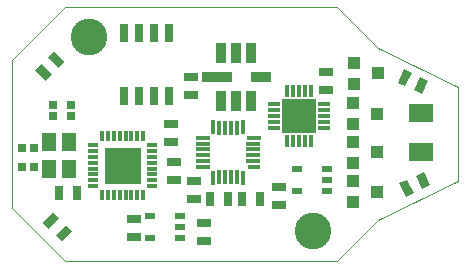
<source format=gts>
G04 (created by PCBNEW (2013-jul-07)-stable) date Fri 06 Feb 2015 01:54:20 AM EST*
%MOIN*%
G04 Gerber Fmt 3.4, Leading zero omitted, Abs format*
%FSLAX34Y34*%
G01*
G70*
G90*
G04 APERTURE LIST*
%ADD10C,0.00590551*%
%ADD11C,0.00393701*%
%ADD12R,0.0473071X0.0138425*%
%ADD13R,0.0138425X0.0473071*%
%ADD14R,0.0449449X0.0138425*%
%ADD15R,0.051X0.059*%
%ADD16R,0.04X0.04*%
%ADD17R,0.034X0.024*%
%ADD18R,0.0276X0.0591*%
%ADD19R,0.084X0.064*%
%ADD20R,0.029X0.049*%
%ADD21R,0.049X0.029*%
%ADD22R,0.034X0.014*%
%ADD23R,0.014X0.034*%
%ADD24R,0.1221X0.1221*%
%ADD25R,0.027622X0.0315591*%
%ADD26R,0.0354961X0.069748*%
%ADD27R,0.069748X0.0354961*%
%ADD28R,0.102425X0.0354961*%
%ADD29C,0.12211*%
%ADD30R,0.112268X0.112268*%
%ADD31R,0.0394331X0.0138425*%
%ADD32R,0.0138425X0.0394331*%
%ADD33R,0.0315591X0.027622*%
G04 APERTURE END LIST*
G54D10*
G54D11*
X55118Y-14960D02*
X46062Y-14960D01*
X55118Y-23425D02*
X46062Y-23425D01*
X46062Y-23425D02*
X44291Y-21653D01*
X44291Y-16732D02*
X46062Y-14960D01*
X59153Y-20767D02*
X56496Y-22047D01*
X59153Y-17618D02*
X59153Y-20767D01*
X56496Y-16338D02*
X59153Y-17618D01*
X44291Y-16732D02*
X44291Y-21653D01*
X55118Y-14960D02*
X56496Y-16338D01*
X55118Y-23425D02*
X56496Y-22047D01*
G54D12*
X50658Y-19314D03*
X50678Y-19511D03*
X50678Y-19707D03*
X50678Y-19904D03*
X50678Y-20101D03*
X50658Y-20298D03*
G54D13*
X51012Y-20652D03*
X51209Y-20633D03*
X51406Y-20633D03*
X51603Y-20633D03*
X51800Y-20633D03*
X51997Y-20652D03*
G54D14*
X52351Y-20298D03*
G54D12*
X52331Y-20101D03*
X52331Y-19904D03*
X52331Y-19707D03*
X52331Y-19511D03*
X52351Y-19314D03*
G54D13*
X51997Y-18959D03*
X51800Y-18979D03*
X51603Y-18979D03*
X51406Y-18979D03*
X51209Y-18979D03*
X51012Y-18959D03*
G54D15*
X46188Y-19461D03*
X45518Y-19461D03*
X45518Y-20361D03*
X46188Y-20361D03*
G54D16*
X55680Y-18870D03*
X55680Y-18170D03*
X56480Y-18520D03*
X55684Y-17518D03*
X55684Y-16818D03*
X56484Y-17168D03*
X55670Y-20150D03*
X55670Y-19450D03*
X56470Y-19800D03*
X55670Y-21470D03*
X55670Y-20770D03*
X56470Y-21120D03*
G54D17*
X54799Y-21091D03*
X54799Y-20341D03*
X53799Y-21091D03*
X54799Y-20716D03*
X53799Y-20341D03*
X49915Y-22668D03*
X49915Y-21918D03*
X48915Y-22668D03*
X49915Y-22293D03*
X48915Y-21918D03*
G54D18*
X49540Y-17927D03*
X49540Y-15827D03*
X49040Y-17927D03*
X48540Y-17927D03*
X48040Y-17927D03*
X49040Y-15827D03*
X48540Y-15827D03*
X48040Y-15827D03*
G54D19*
X57920Y-19800D03*
X57920Y-18500D03*
G54D20*
X51511Y-21371D03*
X50911Y-21371D03*
G54D21*
X53191Y-20964D03*
X53191Y-21564D03*
X50350Y-21350D03*
X50350Y-20750D03*
X50262Y-17900D03*
X50262Y-17300D03*
X54768Y-17109D03*
X54768Y-17709D03*
G54D20*
X52559Y-21360D03*
X51959Y-21360D03*
G54D21*
X49707Y-20718D03*
X49707Y-20118D03*
X50706Y-22769D03*
X50706Y-22169D03*
G54D22*
X47000Y-20736D03*
X47000Y-20539D03*
X47000Y-20342D03*
X47000Y-20933D03*
G54D23*
X47295Y-21228D03*
X47492Y-21228D03*
X47689Y-21228D03*
X47886Y-21228D03*
X48082Y-21228D03*
X48279Y-21228D03*
X48476Y-21228D03*
X48673Y-21228D03*
G54D22*
X48968Y-19555D03*
X48968Y-20933D03*
X48968Y-20736D03*
X48968Y-20539D03*
X48968Y-20342D03*
X48968Y-20146D03*
X48968Y-19949D03*
X48968Y-19752D03*
G54D23*
X48673Y-19260D03*
X48476Y-19260D03*
X48279Y-19260D03*
X48082Y-19260D03*
X47886Y-19260D03*
X47689Y-19260D03*
X47492Y-19260D03*
X47295Y-19260D03*
G54D22*
X47000Y-19555D03*
X47000Y-19752D03*
X47000Y-19949D03*
X47000Y-20146D03*
G54D24*
X47984Y-20244D03*
G54D25*
X44638Y-20278D03*
X44638Y-19649D03*
X45031Y-20278D03*
X45031Y-19649D03*
G54D26*
X51281Y-18103D03*
X51781Y-18103D03*
X52281Y-18103D03*
G54D27*
X52608Y-17290D03*
G54D26*
X52281Y-16477D03*
X51781Y-16477D03*
X51281Y-16477D03*
G54D28*
X51128Y-17290D03*
G54D29*
X46850Y-15944D03*
X54330Y-22440D03*
G54D21*
X48380Y-22030D03*
X48380Y-22630D03*
G54D10*
G36*
X45700Y-16433D02*
X46046Y-16779D01*
X45841Y-16984D01*
X45495Y-16638D01*
X45700Y-16433D01*
X45700Y-16433D01*
G37*
G36*
X45276Y-16857D02*
X45622Y-17204D01*
X45417Y-17409D01*
X45071Y-17062D01*
X45276Y-16857D01*
X45276Y-16857D01*
G37*
G36*
X58166Y-17416D02*
X57959Y-17860D01*
X57696Y-17737D01*
X57904Y-17293D01*
X58166Y-17416D01*
X58166Y-17416D01*
G37*
G36*
X57623Y-17162D02*
X57415Y-17606D01*
X57153Y-17483D01*
X57360Y-17039D01*
X57623Y-17162D01*
X57623Y-17162D01*
G37*
G36*
X58019Y-20459D02*
X58226Y-20903D01*
X57964Y-21026D01*
X57756Y-20582D01*
X58019Y-20459D01*
X58019Y-20459D01*
G37*
G36*
X57475Y-20713D02*
X57683Y-21157D01*
X57420Y-21280D01*
X57213Y-20836D01*
X57475Y-20713D01*
X57475Y-20713D01*
G37*
G36*
X45327Y-22145D02*
X45673Y-21799D01*
X45878Y-22004D01*
X45532Y-22351D01*
X45327Y-22145D01*
X45327Y-22145D01*
G37*
G36*
X45751Y-22570D02*
X46097Y-22223D01*
X46302Y-22428D01*
X45956Y-22775D01*
X45751Y-22570D01*
X45751Y-22570D01*
G37*
G54D20*
X45852Y-21166D03*
X46452Y-21166D03*
G54D21*
X49587Y-19445D03*
X49587Y-18845D03*
G54D30*
X53858Y-18599D03*
G54D31*
X54684Y-18992D03*
X54684Y-18795D03*
X54684Y-18599D03*
X54684Y-18402D03*
X54684Y-18205D03*
G54D32*
X54251Y-17772D03*
X54054Y-17772D03*
X53858Y-17772D03*
X53661Y-17772D03*
X53464Y-17772D03*
G54D31*
X53031Y-18205D03*
X53031Y-18402D03*
X53031Y-18599D03*
X53031Y-18795D03*
X53031Y-18992D03*
G54D32*
X53464Y-19425D03*
X53661Y-19425D03*
X53858Y-19425D03*
X54054Y-19425D03*
X54251Y-19425D03*
G54D33*
X46279Y-18602D03*
X45649Y-18602D03*
X46279Y-18208D03*
X45649Y-18208D03*
M02*

</source>
